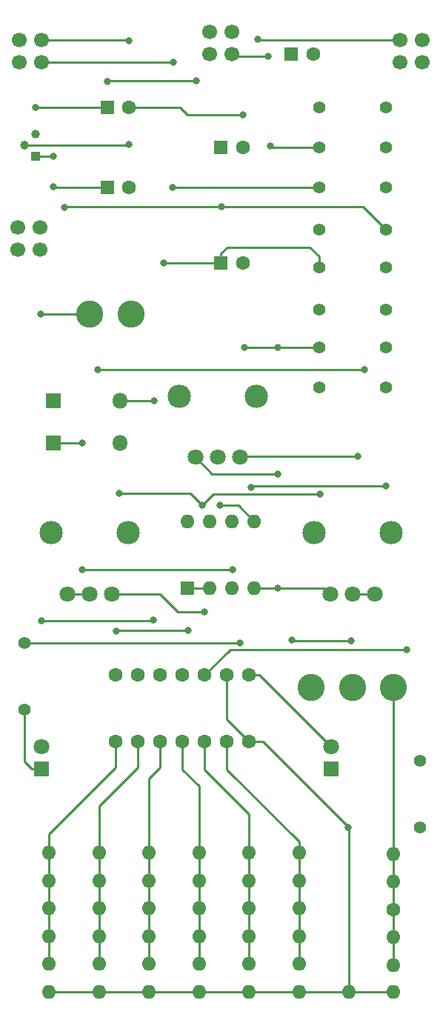
<source format=gbr>
G04 #@! TF.GenerationSoftware,KiCad,Pcbnew,(5.0.0-rc2-dev-311-g1dd4af297)*
G04 #@! TF.CreationDate,2018-05-06T13:38:39-07:00*
G04 #@! TF.ProjectId,workshop_drum1.2,776F726B73686F705F6472756D312E32,rev?*
G04 #@! TF.SameCoordinates,Original*
G04 #@! TF.FileFunction,Copper,L1,Top,Signal*
G04 #@! TF.FilePolarity,Positive*
%FSLAX46Y46*%
G04 Gerber Fmt 4.6, Leading zero omitted, Abs format (unit mm)*
G04 Created by KiCad (PCBNEW (5.0.0-rc2-dev-311-g1dd4af297)) date 05/06/18 13:38:39*
%MOMM*%
%LPD*%
G01*
G04 APERTURE LIST*
%ADD10R,1.600000X1.600000*%
%ADD11C,1.600000*%
%ADD12C,3.100000*%
%ADD13C,1.700000*%
%ADD14O,1.600000X1.600000*%
%ADD15C,1.397000*%
%ADD16R,1.800000X1.800000*%
%ADD17C,1.800000*%
%ADD18O,1.800000X1.800000*%
%ADD19R,1.000000X1.000000*%
%ADD20C,1.000000*%
%ADD21C,2.667000*%
%ADD22C,1.803400*%
%ADD23C,0.800000*%
%ADD24C,0.250000*%
G04 APERTURE END LIST*
D10*
X155956000Y-42672000D03*
D11*
X158456000Y-42672000D03*
D12*
X167636000Y-115062000D03*
X162936000Y-115062000D03*
X158236000Y-115062000D03*
X132936000Y-72400000D03*
X137636000Y-72400000D03*
D13*
X149206000Y-40130000D03*
X146666000Y-40130000D03*
X146666000Y-42670000D03*
X149206000Y-42670000D03*
X127254000Y-65024000D03*
X127254000Y-62484000D03*
X124714000Y-62484000D03*
X124714000Y-65024000D03*
D11*
X148590000Y-121285000D03*
X148590000Y-113665000D03*
D14*
X167640000Y-149860000D03*
X128270000Y-149860000D03*
X133985000Y-149860000D03*
X139700000Y-149860000D03*
X145415000Y-149860000D03*
X151130000Y-149860000D03*
X133985000Y-143510000D03*
X133985000Y-133985000D03*
X133985000Y-140335000D03*
X133985000Y-146685000D03*
X133985000Y-137160000D03*
X128270000Y-133985000D03*
X128270000Y-146685000D03*
X128270000Y-143510000D03*
X128270000Y-140335000D03*
X128270000Y-137160000D03*
X145415000Y-143510000D03*
X145415000Y-133985000D03*
X139700000Y-137160000D03*
X145415000Y-146685000D03*
X139700000Y-133985000D03*
X145415000Y-137160000D03*
X139700000Y-146685000D03*
X139700000Y-143510000D03*
X145415000Y-140335000D03*
X139700000Y-140335000D03*
X151130000Y-146685000D03*
X151130000Y-133985000D03*
X151130000Y-143510000D03*
X151130000Y-140335000D03*
X156845000Y-143510000D03*
X156845000Y-146685000D03*
X156845000Y-137160000D03*
X156845000Y-133985000D03*
X156845000Y-140335000D03*
X151130000Y-137160000D03*
X162560000Y-149860000D03*
X156845000Y-149860000D03*
D11*
X135890000Y-121285000D03*
X138430000Y-121285000D03*
X140970000Y-121285000D03*
X143510000Y-121285000D03*
X146050000Y-121285000D03*
X151130000Y-121285000D03*
X135890000Y-113665000D03*
X138430000Y-113665000D03*
X140970000Y-113665000D03*
X143510000Y-113665000D03*
X146050000Y-113665000D03*
X151130000Y-113665000D03*
D13*
X127436000Y-43670000D03*
X127436000Y-41130000D03*
X124896000Y-41130000D03*
X124896000Y-43670000D03*
X170942000Y-43670000D03*
X170942000Y-41130000D03*
X168402000Y-41130000D03*
X168402000Y-43670000D03*
D15*
X159126000Y-71882000D03*
X166746000Y-71882000D03*
D10*
X144126000Y-103710000D03*
D14*
X151746000Y-96090000D03*
X146666000Y-103710000D03*
X149206000Y-96090000D03*
X149206000Y-103710000D03*
X146666000Y-96090000D03*
X151746000Y-103710000D03*
X144126000Y-96090000D03*
X167640000Y-134112000D03*
X167640000Y-143637000D03*
X167640000Y-137287000D03*
D11*
X167640000Y-140462000D03*
D14*
X167640000Y-146812000D03*
D16*
X127436000Y-124400000D03*
D17*
X127436000Y-121860000D03*
X160528000Y-121860000D03*
D16*
X160528000Y-124400000D03*
D11*
X137436000Y-57912000D03*
D10*
X134936000Y-57912000D03*
X147936000Y-53340000D03*
D11*
X150436000Y-53340000D03*
X137436000Y-48768000D03*
D10*
X134936000Y-48768000D03*
X147936000Y-66548000D03*
D11*
X150436000Y-66548000D03*
D18*
X136398000Y-87122000D03*
D16*
X128778000Y-87122000D03*
X128778000Y-82296000D03*
D18*
X136398000Y-82296000D03*
D15*
X170688000Y-123444000D03*
X170688000Y-131064000D03*
X159126000Y-48768000D03*
X166746000Y-48768000D03*
X166746000Y-67056000D03*
X159126000Y-67056000D03*
X166746000Y-62738000D03*
X159126000Y-62738000D03*
X166746000Y-80772000D03*
X159126000Y-80772000D03*
X125476000Y-117602000D03*
X125476000Y-109982000D03*
X159126000Y-76250000D03*
X166746000Y-76250000D03*
X166746000Y-53340000D03*
X159126000Y-53340000D03*
X159126000Y-57912000D03*
X166746000Y-57912000D03*
D19*
X126746000Y-54356000D03*
D20*
X126746000Y-51816000D03*
X125476000Y-53086000D03*
D21*
X167330363Y-97401843D03*
X158541963Y-97401843D03*
D22*
X160396163Y-104412243D03*
X162936163Y-104412243D03*
X165476163Y-104412243D03*
X135476163Y-104412243D03*
X132936163Y-104412243D03*
X130396163Y-104412243D03*
D21*
X128541963Y-97401843D03*
X137330363Y-97401843D03*
X151968363Y-81789843D03*
X143179963Y-81789843D03*
D22*
X145034163Y-88800243D03*
X147574163Y-88800243D03*
X150114163Y-88800243D03*
D23*
X127296000Y-72410000D03*
X140256000Y-82300000D03*
X140216000Y-107380000D03*
X127416000Y-107500000D03*
X151384000Y-92202000D03*
X145796000Y-94234000D03*
X147828000Y-94234002D03*
X156006000Y-109700000D03*
X162814000Y-109728000D03*
X150113996Y-109982000D03*
X154432000Y-76200000D03*
X154432000Y-103710000D03*
X154432000Y-90678000D03*
X150622000Y-76200000D03*
X162466000Y-131064000D03*
X137406000Y-41160000D03*
X163576000Y-88646000D03*
X169164000Y-110744000D03*
X146050000Y-106426000D03*
X164338000Y-78740000D03*
X133858000Y-78740000D03*
X142476000Y-43610000D03*
X159257998Y-92964000D03*
X130026002Y-60190000D03*
X132056000Y-87160000D03*
X153336000Y-42970000D03*
X153566000Y-53230000D03*
X145126002Y-45720000D03*
X126736000Y-48780000D03*
X134946002Y-45860000D03*
X150436000Y-49670000D03*
X137436000Y-53070000D03*
X152166000Y-41020000D03*
X142406000Y-57940000D03*
X128778000Y-57820000D03*
X128746000Y-54360000D03*
X166786000Y-92030000D03*
X136336000Y-92880000D03*
X148016000Y-60150000D03*
X132055998Y-101610000D03*
X149236000Y-101610000D03*
X141336000Y-66550000D03*
X135936000Y-108640000D03*
X144196000Y-108570000D03*
D24*
X127296000Y-72410000D02*
X132926000Y-72410000D01*
X132926000Y-72410000D02*
X132936000Y-72400000D01*
X140256000Y-82300000D02*
X136402000Y-82300000D01*
X136402000Y-82300000D02*
X136398000Y-82296000D01*
X140096000Y-107500000D02*
X140216000Y-107380000D01*
X127416000Y-107500000D02*
X140096000Y-107500000D01*
X151556000Y-92030000D02*
X151384000Y-92202000D01*
X166786000Y-92030000D02*
X151556000Y-92030000D01*
X147066000Y-92964000D02*
X146195999Y-93834001D01*
X144442000Y-92880000D02*
X145396001Y-93834001D01*
X145396001Y-93834001D02*
X145796000Y-94234000D01*
X159257998Y-92964000D02*
X147066000Y-92964000D01*
X136336000Y-92880000D02*
X144442000Y-92880000D01*
X146195999Y-93834001D02*
X145796000Y-94234000D01*
X151746000Y-96090000D02*
X149890002Y-94234002D01*
X148393685Y-94234002D02*
X147828000Y-94234002D01*
X149890002Y-94234002D02*
X148393685Y-94234002D01*
X167636000Y-115062000D02*
X167636000Y-134108000D01*
X167636000Y-134108000D02*
X167640000Y-134112000D01*
X167640000Y-143637000D02*
X167640000Y-146812000D01*
X167640000Y-140462000D02*
X167640000Y-143637000D01*
X167640000Y-137287000D02*
X167640000Y-140462000D01*
X167640000Y-134112000D02*
X167640000Y-137287000D01*
X162814000Y-109728000D02*
X156034000Y-109728000D01*
X156034000Y-109728000D02*
X156006000Y-109700000D01*
X126463828Y-109982000D02*
X150113996Y-109982000D01*
X125476000Y-109982000D02*
X126463828Y-109982000D01*
X154432000Y-76200000D02*
X159076000Y-76200000D01*
X150622000Y-76200000D02*
X154432000Y-76200000D01*
X154432000Y-103710000D02*
X159693920Y-103710000D01*
X151746000Y-103710000D02*
X154432000Y-103710000D01*
X146911920Y-90678000D02*
X147636402Y-90678000D01*
X145034163Y-88800243D02*
X146911920Y-90678000D01*
X147636402Y-90678000D02*
X154432000Y-90678000D01*
X159076000Y-76200000D02*
X159126000Y-76250000D01*
X152731000Y-121285000D02*
X162466000Y-131020000D01*
X151130000Y-121285000D02*
X152731000Y-121285000D01*
X162466000Y-131020000D02*
X162466000Y-131064000D01*
X162560000Y-149860000D02*
X162560000Y-131158000D01*
X162560000Y-131158000D02*
X162466000Y-131064000D01*
X148590000Y-113665000D02*
X148590000Y-118745000D01*
X148590000Y-118745000D02*
X151130000Y-121285000D01*
X127436000Y-41130000D02*
X137376000Y-41130000D01*
X137376000Y-41130000D02*
X137406000Y-41160000D01*
X163576000Y-88646000D02*
X150268406Y-88646000D01*
X150268406Y-88646000D02*
X150114163Y-88800243D01*
X146050000Y-113665000D02*
X148971000Y-110744000D01*
X148971000Y-110744000D02*
X168598315Y-110744000D01*
X168598315Y-110744000D02*
X169164000Y-110744000D01*
X140988243Y-104412243D02*
X143002000Y-106426000D01*
X135476163Y-104412243D02*
X140988243Y-104412243D01*
X143002000Y-106426000D02*
X145484315Y-106426000D01*
X145484315Y-106426000D02*
X146050000Y-106426000D01*
X133858000Y-78740000D02*
X164338000Y-78740000D01*
X130396163Y-104412243D02*
X132936163Y-104412243D01*
X160528000Y-121860000D02*
X152333000Y-113665000D01*
X152333000Y-113665000D02*
X151130000Y-113665000D01*
X125476000Y-117602000D02*
X125476000Y-123590000D01*
X125476000Y-123590000D02*
X126286000Y-124400000D01*
X126286000Y-124400000D02*
X127436000Y-124400000D01*
X142476000Y-43610000D02*
X127496000Y-43610000D01*
X148016000Y-60150000D02*
X130066002Y-60150000D01*
X130066002Y-60150000D02*
X130026002Y-60190000D01*
X132018000Y-87122000D02*
X132056000Y-87160000D01*
X128778000Y-87122000D02*
X132018000Y-87122000D01*
X153336000Y-42970000D02*
X149506000Y-42970000D01*
X149506000Y-42970000D02*
X149206000Y-42670000D01*
X153676000Y-53340000D02*
X153566000Y-53230000D01*
X159126000Y-53340000D02*
X153676000Y-53340000D01*
X135046002Y-45760000D02*
X145086002Y-45760000D01*
X134946002Y-45860000D02*
X135046002Y-45760000D01*
X145086002Y-45760000D02*
X145126002Y-45720000D01*
X145176002Y-45770000D02*
X145126002Y-45720000D01*
X145346000Y-45770000D02*
X145176002Y-45770000D01*
X126736000Y-48780000D02*
X134924000Y-48780000D01*
X134924000Y-48780000D02*
X134936000Y-48768000D01*
X159693920Y-103710000D02*
X160396163Y-104412243D01*
X143224000Y-48768000D02*
X144126000Y-49670000D01*
X137436000Y-48768000D02*
X143224000Y-48768000D01*
X144126000Y-49670000D02*
X150436000Y-49670000D01*
X137420000Y-53086000D02*
X137436000Y-53070000D01*
X125476000Y-53086000D02*
X137420000Y-53086000D01*
X150528000Y-66640000D02*
X150436000Y-66548000D01*
X152276000Y-41130000D02*
X152166000Y-41020000D01*
X168402000Y-41130000D02*
X152276000Y-41130000D01*
X162560000Y-148728630D02*
X162560000Y-149860000D01*
X162560000Y-149860000D02*
X163691370Y-149860000D01*
X163691370Y-149860000D02*
X167640000Y-149860000D01*
X156845000Y-149860000D02*
X162560000Y-149860000D01*
X151130000Y-149860000D02*
X152261370Y-149860000D01*
X152261370Y-149860000D02*
X156845000Y-149860000D01*
X145415000Y-149860000D02*
X151130000Y-149860000D01*
X139700000Y-149860000D02*
X140831370Y-149860000D01*
X140831370Y-149860000D02*
X145415000Y-149860000D01*
X133985000Y-149860000D02*
X139700000Y-149860000D01*
X128270000Y-149860000D02*
X133985000Y-149860000D01*
X165476163Y-104412243D02*
X164200967Y-104412243D01*
X164200967Y-104412243D02*
X162936163Y-104412243D01*
X127496000Y-43610000D02*
X127436000Y-43670000D01*
X142434000Y-57912000D02*
X142406000Y-57940000D01*
X159126000Y-57912000D02*
X142434000Y-57912000D01*
X134936000Y-57912000D02*
X128870000Y-57912000D01*
X128870000Y-57912000D02*
X128778000Y-57820000D01*
X128746000Y-54360000D02*
X126750000Y-54360000D01*
X126750000Y-54360000D02*
X126746000Y-54356000D01*
X134888000Y-57960000D02*
X134936000Y-57912000D01*
X148016000Y-60150000D02*
X164158000Y-60150000D01*
X164158000Y-60150000D02*
X166746000Y-62738000D01*
X149236000Y-101610000D02*
X132055998Y-101610000D01*
X141338000Y-66548000D02*
X141336000Y-66550000D01*
X147936000Y-66548000D02*
X141338000Y-66548000D01*
X147936000Y-65498000D02*
X148664000Y-64770000D01*
X147936000Y-66548000D02*
X147936000Y-65498000D01*
X148664000Y-64770000D02*
X158066000Y-64770000D01*
X158066000Y-64770000D02*
X159126000Y-65830000D01*
X159126000Y-65830000D02*
X159126000Y-67056000D01*
X128270000Y-131826000D02*
X135890000Y-124206000D01*
X128270000Y-133985000D02*
X128270000Y-131826000D01*
X135890000Y-124206000D02*
X135890000Y-121285000D01*
X128270000Y-143510000D02*
X128270000Y-144641370D01*
X128270000Y-144641370D02*
X128270000Y-146685000D01*
X128270000Y-140335000D02*
X128270000Y-143510000D01*
X128270000Y-137160000D02*
X128270000Y-140335000D01*
X128270000Y-133985000D02*
X128270000Y-135116370D01*
X128270000Y-135116370D02*
X128270000Y-137160000D01*
X138430000Y-124206000D02*
X133979920Y-128656080D01*
X138430000Y-121285000D02*
X138430000Y-124206000D01*
X133979920Y-128656080D02*
X133979920Y-133979920D01*
X133979920Y-133979920D02*
X133985000Y-133985000D01*
X133985000Y-137160000D02*
X133985000Y-133985000D01*
X133985000Y-140335000D02*
X133985000Y-139203630D01*
X133985000Y-139203630D02*
X133985000Y-137160000D01*
X133985000Y-143510000D02*
X133985000Y-140335000D01*
X133985000Y-146685000D02*
X133985000Y-145553630D01*
X133985000Y-145553630D02*
X133985000Y-143510000D01*
X143510000Y-124460000D02*
X145415000Y-126365000D01*
X143510000Y-121285000D02*
X143510000Y-124460000D01*
X145415000Y-126365000D02*
X145415000Y-133985000D01*
X145415000Y-146685000D02*
X145415000Y-145553630D01*
X145415000Y-145553630D02*
X145415000Y-143510000D01*
X145415000Y-143510000D02*
X145415000Y-140335000D01*
X145415000Y-140335000D02*
X145415000Y-139203630D01*
X145415000Y-139203630D02*
X145415000Y-137160000D01*
X145415000Y-133985000D02*
X145415000Y-135116370D01*
X145415000Y-135116370D02*
X145415000Y-137160000D01*
X140970000Y-124206000D02*
X139700000Y-125476000D01*
X140970000Y-121285000D02*
X140970000Y-124206000D01*
X139700000Y-125476000D02*
X139700000Y-133985000D01*
X139700000Y-146685000D02*
X139700000Y-145553630D01*
X139700000Y-145553630D02*
X139700000Y-143510000D01*
X139700000Y-143510000D02*
X139700000Y-142378630D01*
X139700000Y-142378630D02*
X139700000Y-140335000D01*
X139700000Y-137160000D02*
X139700000Y-140335000D01*
X139700000Y-133985000D02*
X139700000Y-137160000D01*
X146050000Y-124460000D02*
X151130000Y-129540000D01*
X146050000Y-121285000D02*
X146050000Y-124460000D01*
X151130000Y-129540000D02*
X151130000Y-130048000D01*
X151130000Y-130048000D02*
X151130000Y-133985000D01*
X151130000Y-143510000D02*
X151130000Y-144641370D01*
X151130000Y-144641370D02*
X151130000Y-146685000D01*
X151130000Y-140335000D02*
X151130000Y-143510000D01*
X151130000Y-140335000D02*
X151130000Y-137160000D01*
X151130000Y-133985000D02*
X151130000Y-135116370D01*
X151130000Y-135116370D02*
X151130000Y-137160000D01*
X148590000Y-124460000D02*
X156845000Y-132715000D01*
X148590000Y-121285000D02*
X148590000Y-124460000D01*
X156845000Y-132715000D02*
X156845000Y-133985000D01*
X156845000Y-137160000D02*
X156845000Y-133985000D01*
X156845000Y-140335000D02*
X156845000Y-139203630D01*
X156845000Y-139203630D02*
X156845000Y-137160000D01*
X156845000Y-143510000D02*
X156845000Y-142378630D01*
X156845000Y-142378630D02*
X156845000Y-140335000D01*
X156845000Y-146685000D02*
X156845000Y-145553630D01*
X156845000Y-145553630D02*
X156845000Y-143510000D01*
X144126000Y-103710000D02*
X145176000Y-103710000D01*
X145176000Y-103710000D02*
X146666000Y-103710000D01*
X136006000Y-108570000D02*
X135936000Y-108640000D01*
X144196000Y-108570000D02*
X136006000Y-108570000D01*
M02*

</source>
